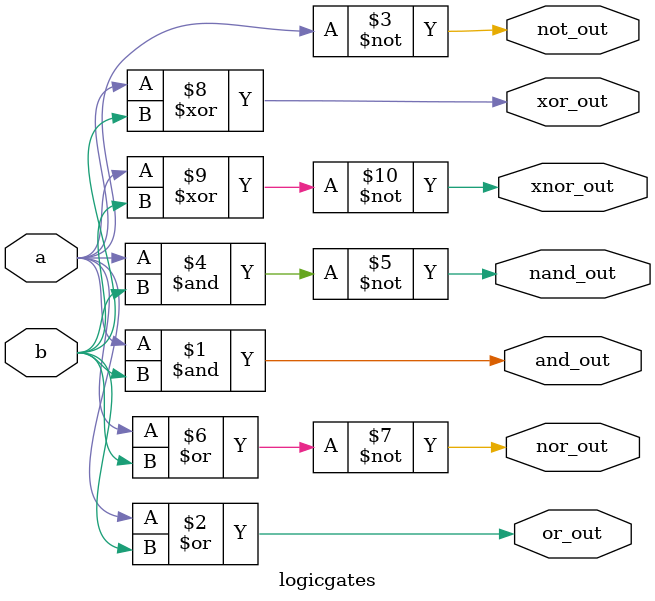
<source format=v>
module logicgates(a, b, and_out, or_out, not_out, nand_out, nor_out, xor_out, xnor_out);
    input a, b;
    output and_out, or_out, not_out, nand_out, nor_out, xor_out, xnor_out;
    
    // Logic gate operations
    assign and_out  = a & b;   // AND gate
    assign or_out   = a | b;   // OR gate
    assign not_out  = ~a;      // NOT gate (only on input a)
    assign nand_out = ~(a & b); // NAND gate
    assign nor_out  = ~(a | b); // NOR gate
    assign xor_out  = a ^ b;   // XOR gate
    assign xnor_out = ~(a ^ b); // XNOR gate
endmodule

</source>
